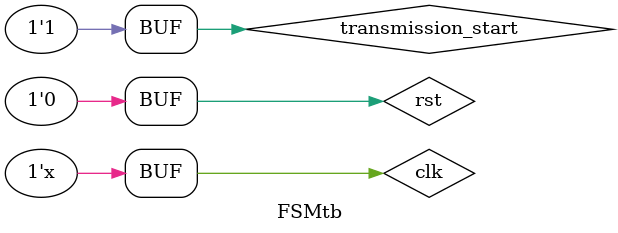
<source format=v>
`timescale 1ns / 1ps

`define clk_period 10

`include "CNN_Parameter.vh"


module FSMtb();
    reg clk;
    reg rst;
    reg transmission_start;
    
    FSM fsm(
         //input clk_p,
         //input clk_n,
         .clk(clk),
         .rst(rst),
         .transmission_start(transmission_start),
        );

initial
clk = 1'b0;
always #(`clk_period/2) clk = ~clk;

initial begin
    #0
       
    #(`clk_period * 0.3)
    rst <= 1;
    
    #(`clk_period * 0.7)
    rst <= 0;
    
    #(`clk_period * 0.3)
    transmission_start <= 1;
end
endmodule

</source>
